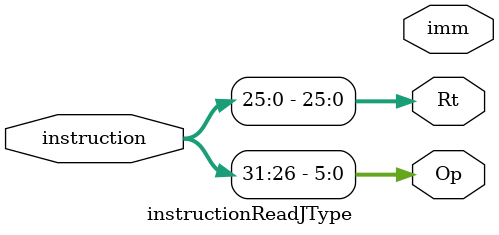
<source format=v>
module instructionReadJType (
	input[31:0] instruction,

	output[15:0] imm,
	output[5:0] Op,
	output[25:0] Rt
);
	assign Op = instruction[31:26];
	assign Rt = instruction[25:0];

endmodule
</source>
